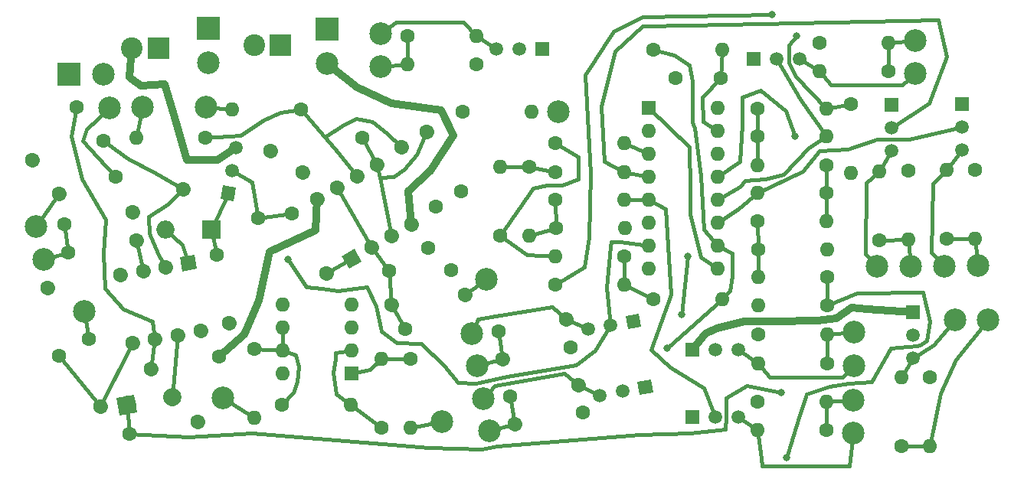
<source format=gbr>
G04 #@! TF.GenerationSoftware,KiCad,Pcbnew,(5.1.2-1)-1*
G04 #@! TF.CreationDate,2021-12-13T02:53:48-05:00*
G04 #@! TF.ProjectId,Gated Comparator - Serge,47617465-6420-4436-9f6d-70617261746f,rev?*
G04 #@! TF.SameCoordinates,Original*
G04 #@! TF.FileFunction,Copper,L2,Bot*
G04 #@! TF.FilePolarity,Positive*
%FSLAX46Y46*%
G04 Gerber Fmt 4.6, Leading zero omitted, Abs format (unit mm)*
G04 Created by KiCad (PCBNEW (5.1.2-1)-1) date 2021-12-13 02:53:48*
%MOMM*%
%LPD*%
G04 APERTURE LIST*
%ADD10O,1.600000X1.600000*%
%ADD11C,1.600000*%
%ADD12C,2.499360*%
%ADD13R,2.499360X2.499360*%
%ADD14C,1.500000*%
%ADD15C,0.100000*%
%ADD16C,1.600000*%
%ADD17C,2.000000*%
%ADD18C,2.000000*%
%ADD19C,2.400000*%
%ADD20R,2.400000X2.400000*%
%ADD21R,1.500000X1.500000*%
%ADD22O,2.000000X2.000000*%
%ADD23R,2.000000X2.000000*%
%ADD24R,1.600000X1.600000*%
%ADD25C,0.800000*%
%ADD26C,0.406400*%
%ADD27C,0.812800*%
G04 APERTURE END LIST*
D10*
X72207120Y-26235660D03*
D11*
X64587120Y-26235660D03*
D12*
X75222100Y-26179780D03*
X24892000Y-22098000D03*
D13*
X21082000Y-22098000D03*
D14*
X38708129Y-35233421D03*
D15*
G36*
X39576971Y-34625051D02*
G01*
X39316499Y-36102263D01*
X37839287Y-35841791D01*
X38099759Y-34364579D01*
X39576971Y-34625051D01*
X39576971Y-34625051D01*
G37*
D14*
X39590262Y-30230598D03*
X39149195Y-32732009D03*
D11*
X37467540Y-42054780D03*
X38790739Y-49559015D03*
D16*
X38790739Y-49559015D02*
X38790739Y-49559015D01*
D10*
X93309440Y-19347180D03*
D11*
X85689440Y-19347180D03*
X35296915Y-60538501D03*
D16*
X35296915Y-60538501D02*
X35296915Y-60538501D01*
D11*
X27792680Y-61861700D03*
X17080578Y-31539519D03*
D16*
X17080578Y-31539519D02*
X17080578Y-31539519D01*
D11*
X21978620Y-25702260D03*
D12*
X17432018Y-38912800D03*
X36502340Y-20830540D03*
D13*
X36502340Y-17020540D03*
D12*
X49601120Y-20883880D03*
D13*
X49601120Y-17073880D03*
D17*
X32518643Y-57786787D03*
D18*
X32518643Y-57786787D02*
X32518643Y-57786787D01*
D17*
X27515820Y-58668920D03*
D15*
G36*
X26704660Y-59827376D02*
G01*
X26357364Y-57857760D01*
X28326980Y-57510464D01*
X28674276Y-59480080D01*
X26704660Y-59827376D01*
X26704660Y-59827376D01*
G37*
D19*
X28074620Y-19169380D03*
D20*
X30995620Y-19169380D03*
D19*
X41584880Y-18836640D03*
D20*
X44505880Y-18836640D03*
D11*
X88149420Y-22517100D03*
X93149420Y-22517100D03*
D21*
X114373660Y-48369220D03*
D14*
X114373660Y-53449220D03*
X114373660Y-50909220D03*
D21*
X90043001Y-52550059D03*
D14*
X95123001Y-52550059D03*
X92583001Y-52550059D03*
D21*
X112036860Y-25458419D03*
D14*
X112036860Y-30538419D03*
X112036860Y-27998419D03*
D21*
X119852440Y-25369520D03*
D14*
X119852440Y-30449520D03*
X119852440Y-27909520D03*
X84820171Y-56709467D03*
D15*
G36*
X83951329Y-56101097D02*
G01*
X85428541Y-55840625D01*
X85689013Y-57317837D01*
X84211801Y-57578309D01*
X83951329Y-56101097D01*
X83951329Y-56101097D01*
G37*
D14*
X79817348Y-57591600D03*
X82318759Y-57150533D03*
D21*
X89987119Y-59989720D03*
D14*
X95067119Y-59989720D03*
X92527119Y-59989720D03*
D21*
X96829880Y-20337780D03*
D14*
X101909880Y-20337780D03*
X99369880Y-20337780D03*
D21*
X73441560Y-19237961D03*
D14*
X68361560Y-19237961D03*
X70901560Y-19237961D03*
X83486483Y-49406032D03*
D15*
G36*
X82617641Y-48797662D02*
G01*
X84094853Y-48537190D01*
X84355325Y-50014402D01*
X82878113Y-50274874D01*
X82617641Y-48797662D01*
X82617641Y-48797662D01*
G37*
D14*
X78483660Y-50288165D03*
X80985071Y-49847098D03*
D11*
X60847120Y-41319276D03*
X56516993Y-43819276D03*
D22*
X31753443Y-39274024D03*
D23*
X36833443Y-39274024D03*
D12*
X67289977Y-44758637D03*
X36291761Y-25735279D03*
X29221761Y-25745281D03*
X18272826Y-42530119D03*
X25608280Y-25775919D03*
X22821760Y-48355279D03*
X62336680Y-60472320D03*
X38107620Y-57881520D03*
X65631069Y-50738679D03*
X55603140Y-17597120D03*
X114686081Y-21991320D03*
X66227511Y-54311426D03*
X55603140Y-21193761D03*
X114686081Y-18343882D03*
X107810301Y-61762641D03*
X66952994Y-57990026D03*
X117914420Y-43309540D03*
X107843320Y-58105041D03*
X67566945Y-61559685D03*
X121564400Y-43220640D03*
X110467140Y-43307000D03*
X107911899Y-54312821D03*
X119039640Y-49286160D03*
X114152680Y-43307000D03*
X107911899Y-50581558D03*
X122735340Y-49286160D03*
D11*
X58304391Y-50235142D03*
X64903505Y-46425142D03*
D16*
X64903505Y-46425142D02*
X64903505Y-46425142D01*
D10*
X39161760Y-25975281D03*
D11*
X46781760Y-25975281D03*
X36171760Y-29125281D03*
D10*
X28551760Y-29125281D03*
D11*
X56743053Y-47510820D03*
D16*
X56743053Y-47510820D02*
X56743053Y-47510820D01*
D11*
X63342167Y-43700820D03*
X57831759Y-30076165D03*
D16*
X57831759Y-30076165D02*
X57831759Y-30076165D01*
D11*
X61641759Y-36675279D03*
X26233122Y-33406080D03*
X33737357Y-34729279D03*
D16*
X33737357Y-34729279D02*
X33737357Y-34729279D01*
D11*
X28142220Y-37310895D03*
D16*
X28142220Y-37310895D02*
X28142220Y-37310895D01*
D11*
X20637985Y-38634094D03*
X23290992Y-51328783D03*
X24614191Y-58833018D03*
D16*
X24614191Y-58833018D02*
X24614191Y-58833018D01*
D11*
X18695726Y-45711402D03*
D16*
X18695726Y-45711402D02*
X18695726Y-45711402D01*
D11*
X20018925Y-53215637D03*
X21060813Y-41799612D03*
X28565048Y-40476413D03*
D16*
X28565048Y-40476413D02*
X28565048Y-40476413D01*
D11*
X46957481Y-32941716D03*
D16*
X46957481Y-32941716D02*
X46957481Y-32941716D01*
D11*
X53556595Y-29131716D03*
X64431758Y-35015280D03*
X60621758Y-28416166D03*
D16*
X60621758Y-28416166D02*
X60621758Y-28416166D01*
D11*
X37710256Y-53345544D03*
X30206021Y-54668743D03*
D16*
X30206021Y-54668743D02*
X30206021Y-54668743D01*
D11*
X24935180Y-29423360D03*
X20037138Y-35260619D03*
D16*
X20037138Y-35260619D02*
X20037138Y-35260619D01*
D11*
X45731299Y-37517902D03*
X49541299Y-44117016D03*
D16*
X49541299Y-44117016D02*
X49541299Y-44117016D01*
D11*
X43379027Y-30507573D03*
D16*
X43379027Y-30507573D02*
X43379027Y-30507573D01*
D11*
X42055828Y-38011808D03*
D10*
X52225965Y-58685049D03*
D11*
X44605965Y-58685049D03*
X55645962Y-61225050D03*
D10*
X55645962Y-53605050D03*
X82499200Y-35948620D03*
D11*
X74879200Y-35948620D03*
X74884280Y-32870140D03*
D10*
X82504280Y-32870140D03*
X82496660Y-29679900D03*
D11*
X74876660Y-29679900D03*
X85691980Y-46929040D03*
D10*
X93311980Y-46929040D03*
X107520740Y-33007300D03*
D11*
X107520740Y-25387300D03*
X97223580Y-28966160D03*
D10*
X104843580Y-28966160D03*
X97238820Y-35222180D03*
D11*
X104858820Y-35222180D03*
X97299780Y-41419780D03*
D10*
X104919780Y-41419780D03*
X58895962Y-61215047D03*
D11*
X58895962Y-53595047D03*
X41575966Y-52465050D03*
D10*
X41575966Y-60085050D03*
X82577940Y-39062660D03*
D11*
X74957940Y-39062660D03*
D10*
X71963280Y-39933880D03*
D11*
X71963280Y-32313880D03*
X68798440Y-39911020D03*
D10*
X68798440Y-32291020D03*
X74865872Y-42180977D03*
D11*
X82485872Y-42180977D03*
X74846904Y-45312574D03*
D10*
X82466904Y-45312574D03*
X104856280Y-25867360D03*
D11*
X97236280Y-25867360D03*
X104825800Y-32110680D03*
D10*
X97205800Y-32110680D03*
X104884220Y-38331140D03*
D11*
X97264220Y-38331140D03*
X104927401Y-44510963D03*
D10*
X97307401Y-44510963D03*
D11*
X104911220Y-47606400D03*
D10*
X97291220Y-47606400D03*
D11*
X68572101Y-50508965D03*
X76076336Y-49185766D03*
D16*
X76076336Y-49185766D02*
X76076336Y-49185766D01*
D11*
X69062084Y-53594962D03*
D16*
X69062084Y-53594962D02*
X69062084Y-53594962D01*
D11*
X76566319Y-52271763D03*
D10*
X66149221Y-17830803D03*
D11*
X58529221Y-17830803D03*
D10*
X58526681Y-20937220D03*
D11*
X66146681Y-20937220D03*
X111691418Y-21755100D03*
D10*
X104071418Y-21755100D03*
X111701579Y-18580099D03*
D11*
X104081579Y-18580099D03*
X104884221Y-61475622D03*
D10*
X97264221Y-61475622D03*
X104868980Y-58326021D03*
D11*
X97248980Y-58326021D03*
X69876225Y-57732500D03*
X77380460Y-56409301D03*
D16*
X77380460Y-56409301D02*
X77380460Y-56409301D01*
D11*
X70399462Y-60802316D03*
D16*
X70399462Y-60802316D02*
X70399462Y-60802316D01*
D11*
X77903697Y-59479117D03*
D10*
X118140480Y-32669480D03*
D11*
X118140480Y-40289480D03*
X121295160Y-32672020D03*
D10*
X121295160Y-40292020D03*
X110723680Y-32791399D03*
D11*
X110723680Y-40411399D03*
D10*
X113891060Y-40380920D03*
D11*
X113891060Y-32760920D03*
X104909619Y-54053741D03*
D10*
X97289619Y-54053741D03*
X104914699Y-50893982D03*
D11*
X97294699Y-50893982D03*
X113113820Y-63243460D03*
D10*
X113113820Y-55623460D03*
D11*
X116268500Y-55626000D03*
D10*
X116268500Y-63246000D03*
D11*
X52364538Y-42487017D03*
D15*
G36*
X53457358Y-42779837D02*
G01*
X52071718Y-43579837D01*
X51271718Y-42194197D01*
X52657358Y-41394197D01*
X53457358Y-42779837D01*
X53457358Y-42779837D01*
G37*
D11*
X55153652Y-32077903D03*
D16*
X55153652Y-32077903D02*
X55153652Y-32077903D01*
D11*
X54564243Y-41217017D03*
D16*
X54564243Y-41217017D02*
X54564243Y-41217017D01*
D11*
X52953947Y-33347903D03*
D16*
X52953947Y-33347903D02*
X52953947Y-33347903D01*
D11*
X56763947Y-39947017D03*
D16*
X56763947Y-39947017D02*
X56763947Y-39947017D01*
D11*
X50754243Y-34617903D03*
D16*
X50754243Y-34617903D02*
X50754243Y-34617903D01*
D11*
X58963652Y-38677017D03*
D16*
X58963652Y-38677017D02*
X58963652Y-38677017D01*
D11*
X48554538Y-35887903D03*
D16*
X48554538Y-35887903D02*
X48554538Y-35887903D01*
D11*
X35628128Y-50463311D03*
D16*
X35628128Y-50463311D02*
X35628128Y-50463311D01*
D11*
X26800694Y-44282275D03*
D16*
X26800694Y-44282275D02*
X26800694Y-44282275D01*
D11*
X33126716Y-50904377D03*
D16*
X33126716Y-50904377D02*
X33126716Y-50904377D01*
D11*
X29302106Y-43841209D03*
D16*
X29302106Y-43841209D02*
X29302106Y-43841209D01*
D11*
X30625305Y-51345444D03*
D16*
X30625305Y-51345444D02*
X30625305Y-51345444D01*
D11*
X31803517Y-43400142D03*
D16*
X31803517Y-43400142D02*
X31803517Y-43400142D01*
D11*
X28123893Y-51786510D03*
D16*
X28123893Y-51786510D02*
X28123893Y-51786510D01*
D11*
X34304929Y-42959076D03*
D15*
G36*
X33378164Y-42310148D02*
G01*
X34953857Y-42032311D01*
X35231694Y-43608004D01*
X33656001Y-43885841D01*
X33378164Y-42310148D01*
X33378164Y-42310148D01*
G37*
D24*
X52355965Y-55195051D03*
D10*
X44735965Y-47575051D03*
X52355965Y-52655051D03*
X44735965Y-50115051D03*
X52355965Y-50115051D03*
X44735965Y-52655051D03*
X52355965Y-47575051D03*
X44735965Y-55195051D03*
D24*
X85215200Y-25780620D03*
D10*
X92835200Y-43560620D03*
X85215200Y-28320620D03*
X92835200Y-41020620D03*
X85215200Y-30860620D03*
X92835200Y-38480620D03*
X85215200Y-33400620D03*
X92835200Y-35940620D03*
X85215200Y-35940620D03*
X92835200Y-33400620D03*
X85215200Y-38480620D03*
X92835200Y-30860620D03*
X85215200Y-41020620D03*
X92835200Y-28320620D03*
X85215200Y-43560620D03*
X92835200Y-25780620D03*
D25*
X45352607Y-42569493D03*
X99806760Y-57327800D03*
X87225989Y-52415289D03*
X101346000Y-28956000D03*
X88800940Y-48651160D03*
X89496900Y-42255440D03*
X101528453Y-17853233D03*
X98808540Y-15491460D03*
X100454460Y-64488060D03*
D26*
X58304391Y-50235142D02*
X56743054Y-47510821D01*
X56743054Y-47510821D02*
X56516993Y-43819276D01*
X56516993Y-43819276D02*
X54564241Y-41217015D01*
X54564241Y-41217015D02*
X50754242Y-34617903D01*
X93149420Y-22517100D02*
X93309440Y-19347180D01*
X92835200Y-28320620D02*
X91236800Y-27294840D01*
X91236800Y-27294840D02*
X91127580Y-24610060D01*
X91127580Y-24610060D02*
X93149420Y-22517100D01*
D27*
X39590262Y-30230598D02*
X37508180Y-31508700D01*
X37508180Y-31508700D02*
X34178240Y-31564580D01*
X34178240Y-31564580D02*
X32684720Y-26568400D01*
X32684720Y-26568400D02*
X31650940Y-23180040D01*
X31650940Y-23180040D02*
X29067760Y-23296880D01*
X29067760Y-23296880D02*
X27802840Y-22433280D01*
X27802840Y-22433280D02*
X28074620Y-19169380D01*
X114373660Y-48369220D02*
X109321600Y-48041560D01*
X109321600Y-48041560D02*
X107650280Y-47929800D01*
X107650280Y-47929800D02*
X105920540Y-49113440D01*
X105920540Y-49113440D02*
X103794560Y-49306480D01*
X103794560Y-49306480D02*
X99024440Y-49375060D01*
X99024440Y-49375060D02*
X95796100Y-49410620D01*
X95796100Y-49410620D02*
X92710000Y-50139600D01*
X92710000Y-50139600D02*
X91460320Y-50764440D01*
X91460320Y-50764440D02*
X90043001Y-52550059D01*
X37710256Y-53345544D02*
X40474900Y-50866040D01*
X40474900Y-50866040D02*
X42082720Y-47147480D01*
X42082720Y-47147480D02*
X43289220Y-41722040D01*
X43289220Y-41722040D02*
X48364140Y-39362380D01*
X48364140Y-39362380D02*
X48554538Y-35887903D01*
X49601120Y-20883880D02*
X52920900Y-23477220D01*
X52920900Y-23477220D02*
X56779160Y-25311100D01*
X56779160Y-25311100D02*
X62217300Y-26070560D01*
X62217300Y-26070560D02*
X63609220Y-28851860D01*
X63609220Y-28851860D02*
X61079380Y-32710120D01*
X61079380Y-32710120D02*
X58613040Y-34985960D01*
X58613040Y-34985960D02*
X58963652Y-38677017D01*
D26*
X34304929Y-42959076D02*
X33651760Y-40975280D01*
X33651760Y-40975280D02*
X31753442Y-39274023D01*
X36833443Y-39274024D02*
X38708129Y-35233421D01*
X36833443Y-39274024D02*
X37467540Y-42054780D01*
X80985071Y-49847098D02*
X80556100Y-45666660D01*
X80556100Y-45666660D02*
X80939640Y-41158160D01*
X80939640Y-41158160D02*
X81059020Y-40594280D01*
X81059020Y-40594280D02*
X82034380Y-40617140D01*
X82034380Y-40617140D02*
X85215200Y-41020620D01*
X80985071Y-49847098D02*
X79235300Y-52590700D01*
X79235300Y-52590700D02*
X77139800Y-54206140D01*
X77139800Y-54206140D02*
X69547740Y-55544720D01*
X69547740Y-55544720D02*
X66042540Y-56301640D01*
X66042540Y-56301640D02*
X64135000Y-56212740D01*
X64135000Y-56212740D02*
X62552580Y-54322980D01*
X62552580Y-54322980D02*
X60048140Y-51907440D01*
X60048140Y-51907440D02*
X57322720Y-51818540D01*
X57322720Y-51818540D02*
X55653940Y-50543460D01*
X55653940Y-50543460D02*
X55039260Y-47731680D01*
X55039260Y-47731680D02*
X54071520Y-45623480D01*
X54071520Y-45623480D02*
X50820320Y-46017180D01*
X50820320Y-46017180D02*
X49044860Y-45783500D01*
X49044860Y-45783500D02*
X47363380Y-45600620D01*
X47363380Y-45600620D02*
X45352607Y-42569493D01*
X45352607Y-42569493D02*
X45316140Y-42514520D01*
X27792680Y-61861700D02*
X27515820Y-58668920D01*
X92835200Y-43560620D02*
X90959940Y-42278300D01*
X90959940Y-42278300D02*
X89743280Y-37538660D01*
X89743280Y-37538660D02*
X89811860Y-34803080D01*
X89811860Y-34803080D02*
X89646760Y-30088840D01*
X89646760Y-30088840D02*
X85215200Y-25780620D01*
X99806760Y-57327800D02*
X96006920Y-56535320D01*
X96006920Y-56535320D02*
X93776800Y-57894220D01*
X93776800Y-57894220D02*
X93756480Y-60012580D01*
X93756480Y-60012580D02*
X93672660Y-61313060D01*
X93672660Y-61313060D02*
X89776300Y-61765180D01*
X89776300Y-61765180D02*
X84211160Y-61907420D01*
X84211160Y-61907420D02*
X68417440Y-63212980D01*
X68417440Y-63212980D02*
X66768980Y-63583820D01*
X66768980Y-63583820D02*
X60934600Y-63367920D01*
X60934600Y-63367920D02*
X41363900Y-61752480D01*
X41363900Y-61752480D02*
X34333180Y-62237620D01*
X34333180Y-62237620D02*
X27792680Y-61861700D01*
X33126716Y-50904377D02*
X32518643Y-57786787D01*
X64903506Y-46425142D02*
X67289977Y-44758637D01*
X39161761Y-25975280D02*
X36291761Y-25735279D01*
X29221761Y-25745281D02*
X28551759Y-29125281D01*
X20637985Y-38634094D02*
X21060813Y-41799612D01*
X18272826Y-42530119D02*
X21060813Y-41799612D01*
X26233122Y-33406080D02*
X24234140Y-31191200D01*
X24234140Y-31191200D02*
X22664420Y-29464000D01*
X22664420Y-29464000D02*
X23055580Y-28127960D01*
X23055580Y-28127960D02*
X25608280Y-25775919D01*
X23290992Y-51328783D02*
X22821760Y-48355279D01*
X58895962Y-61215047D02*
X62336680Y-60472320D01*
X38107620Y-57881520D02*
X41575966Y-60085050D01*
X78483657Y-50288166D02*
X76076337Y-49185765D01*
X76076337Y-49185765D02*
X74552182Y-47767729D01*
X74552182Y-47767729D02*
X68245252Y-48786960D01*
X68245252Y-48786960D02*
X66314163Y-49127463D01*
X66314163Y-49127463D02*
X65631069Y-50738679D01*
X68361561Y-19237960D02*
X66149219Y-17830800D01*
X66149219Y-17830800D02*
X64729360Y-16344900D01*
X64729360Y-16344900D02*
X57218580Y-16286479D01*
X57218580Y-16286479D02*
X55603140Y-17597120D01*
X101909880Y-20337780D02*
X104071419Y-21755100D01*
X104071419Y-21755100D02*
X105308401Y-23286721D01*
X105308401Y-23286721D02*
X113200180Y-23286720D01*
X113200180Y-23286720D02*
X114686081Y-21991320D01*
X68572101Y-50508965D02*
X69062083Y-53594963D01*
X69062083Y-53594963D02*
X66227511Y-54311426D01*
X58529221Y-17830803D02*
X58526680Y-20937220D01*
X58526680Y-20937220D02*
X55603140Y-21193761D01*
X114686081Y-18343882D02*
X111701582Y-18580099D01*
X111691418Y-21755100D02*
X111701582Y-18580099D01*
X95067121Y-59989721D02*
X97264221Y-61475620D01*
X97264221Y-61475622D02*
X97607120Y-64556640D01*
X97607120Y-64556640D02*
X97739200Y-65389760D01*
X97739200Y-65389760D02*
X107406440Y-65389760D01*
X107406440Y-65389760D02*
X107810301Y-61762641D01*
X79817346Y-57591599D02*
X77380460Y-56409300D01*
X77380460Y-56409300D02*
X75847008Y-55201816D01*
X75847008Y-55201816D02*
X68164438Y-56522930D01*
X68164438Y-56522930D02*
X66952994Y-57990026D01*
X119852440Y-30449520D02*
X118140480Y-32669480D01*
X118140480Y-32669480D02*
X116639340Y-34178240D01*
X116639340Y-34178240D02*
X116443760Y-41765220D01*
X116443760Y-41765220D02*
X117914420Y-43309540D01*
X104884221Y-61475622D02*
X104868980Y-58326020D01*
X104868980Y-58326020D02*
X107843320Y-58105041D01*
X69876225Y-57732500D02*
X70399465Y-60802316D01*
X70399465Y-60802316D02*
X67566945Y-61559685D01*
X118140480Y-40289480D02*
X121295160Y-40292020D01*
X121295160Y-40292020D02*
X121564400Y-43220640D01*
X112036859Y-30538420D02*
X110723680Y-32791400D01*
X110723680Y-32791400D02*
X109217460Y-34107120D01*
X109217460Y-34107120D02*
X109161579Y-41983659D01*
X109161579Y-41983659D02*
X110467140Y-43307000D01*
X95123000Y-52550061D02*
X97289619Y-54053740D01*
X97289619Y-54053740D02*
X98597721Y-55618381D01*
X98597721Y-55618381D02*
X106639361Y-55582819D01*
X106639361Y-55582819D02*
X107911899Y-54312821D01*
X114373660Y-53449220D02*
X113113820Y-55623460D01*
X119039640Y-49286160D02*
X116705380Y-52009040D01*
X116705380Y-52009040D02*
X114373660Y-53449220D01*
X110723680Y-40411399D02*
X113891059Y-40380920D01*
X113891059Y-40380920D02*
X114152680Y-43307000D01*
X104909619Y-54053741D02*
X104914700Y-50893982D01*
X104914700Y-50893982D02*
X107911899Y-50581558D01*
X113113820Y-63243460D02*
X116268500Y-63246000D01*
X122735340Y-49286160D02*
X119171720Y-53685440D01*
X119171720Y-53685440D02*
X117431820Y-57353200D01*
X117431820Y-57353200D02*
X116268500Y-63246000D01*
X20037138Y-35260619D02*
X17432018Y-38912800D01*
X45731299Y-37517902D02*
X42055828Y-38011808D01*
X42055828Y-38011808D02*
X41300400Y-33977580D01*
X41300400Y-33977580D02*
X39149195Y-32732009D01*
X82496660Y-29679900D02*
X85215200Y-30860620D01*
X104843580Y-28966160D02*
X102923340Y-30231080D01*
X102923340Y-30231080D02*
X100070920Y-33124140D01*
X100070920Y-33124140D02*
X98097340Y-33693100D01*
X98097340Y-33693100D02*
X96913700Y-33759140D01*
X96913700Y-33759140D02*
X95829120Y-33842960D01*
X95829120Y-33842960D02*
X95237300Y-34549080D01*
X95237300Y-34549080D02*
X92835200Y-35940620D01*
X99369880Y-20337780D02*
X101978460Y-24851360D01*
X101978460Y-24851360D02*
X104843580Y-28966160D01*
X82499200Y-35948620D02*
X85215200Y-35940620D01*
X92527119Y-59989720D02*
X91318080Y-56791860D01*
X91318080Y-56791860D02*
X87569040Y-54526180D01*
X87043260Y-36997640D02*
X85215200Y-35940620D01*
X87569040Y-54526180D02*
X85460840Y-52565300D01*
X85460840Y-52565300D02*
X87643728Y-46420012D01*
X87643728Y-46420012D02*
X87043260Y-36997640D01*
X92835200Y-41020620D02*
X94452440Y-41894760D01*
X94452440Y-41894760D02*
X94452440Y-44406820D01*
X94452440Y-44406820D02*
X94152720Y-46022260D01*
X94152720Y-46022260D02*
X93311980Y-46929040D01*
X93311980Y-46929040D02*
X87225989Y-52415289D01*
X87225989Y-52415289D02*
X87203280Y-52435760D01*
X92835200Y-41020620D02*
X91313000Y-39217600D01*
X91313000Y-39217600D02*
X90975180Y-33322260D01*
X90975180Y-33322260D02*
X90297000Y-27955240D01*
X89987269Y-27370891D02*
X90007440Y-22832060D01*
X90297000Y-27955240D02*
X89987269Y-27370891D01*
X90007440Y-22832060D02*
X89692480Y-21033740D01*
X89692480Y-21033740D02*
X87975440Y-19911060D01*
X87975440Y-19911060D02*
X85689440Y-19347180D01*
X92835200Y-38480620D02*
X95089980Y-36957000D01*
X95089980Y-36957000D02*
X97238820Y-35222180D01*
X97238820Y-35222180D02*
X102229920Y-32799020D01*
X102229920Y-32799020D02*
X104038400Y-30556200D01*
X104038400Y-30556200D02*
X107223560Y-30398720D01*
X107223560Y-30398720D02*
X110449360Y-29258260D01*
X110449360Y-29258260D02*
X113990120Y-29258260D01*
X113990120Y-29258260D02*
X119852440Y-27909520D01*
X82504280Y-32870140D02*
X85215200Y-33400620D01*
X112036860Y-27998419D02*
X116197380Y-25267920D01*
X116197380Y-25267920D02*
X118102380Y-20121880D01*
X118102380Y-20121880D02*
X117213380Y-16057880D01*
X117213380Y-16057880D02*
X89712800Y-16629380D01*
X89712800Y-16629380D02*
X84505800Y-16756380D01*
X84505800Y-16756380D02*
X81457800Y-19550380D01*
X81457800Y-19550380D02*
X79931260Y-25585420D01*
X79931260Y-25585420D02*
X80312260Y-31681420D01*
X80312260Y-31681420D02*
X82504280Y-32870140D01*
X92835200Y-33400620D02*
X95250000Y-31750000D01*
X95250000Y-31750000D02*
X95504000Y-27686000D01*
X95504000Y-27686000D02*
X95504000Y-24638000D01*
X95504000Y-24638000D02*
X97536000Y-23876000D01*
X97536000Y-23876000D02*
X100330000Y-26162000D01*
X100330000Y-26162000D02*
X101346000Y-28956000D01*
X101346000Y-28956000D02*
X101346000Y-28956000D01*
X88800940Y-48651160D02*
X89496900Y-42255440D01*
X89496900Y-42255440D02*
X89496900Y-42255440D01*
X36171760Y-29125281D02*
X40081759Y-28835280D01*
X40081759Y-28835280D02*
X42621762Y-27185280D01*
X42621762Y-27185280D02*
X44451761Y-26265281D01*
X44451761Y-26265281D02*
X46781760Y-25975281D01*
X52953947Y-33347902D02*
X50921759Y-30795280D01*
X57831760Y-30076165D02*
X56251758Y-28565280D01*
X56251758Y-28565280D02*
X54661760Y-27275279D01*
X54661760Y-27275279D02*
X52881761Y-27015280D01*
X52881761Y-27015280D02*
X51481761Y-27635281D01*
X51481761Y-27635281D02*
X49424707Y-29052332D01*
X49424707Y-29052332D02*
X46781760Y-25975281D01*
X50921759Y-30795280D02*
X49424707Y-29052332D01*
X33737357Y-34729279D02*
X30520640Y-32920940D01*
X30520640Y-32920940D02*
X27731720Y-31465520D01*
X27731720Y-31465520D02*
X24935180Y-29423360D01*
X33737357Y-34729279D02*
X31993840Y-36487100D01*
X31993840Y-36487100D02*
X29926280Y-37790120D01*
X29926280Y-37790120D02*
X30012640Y-39659560D01*
X30012640Y-39659560D02*
X30975300Y-42039540D01*
X30975300Y-42039540D02*
X31803517Y-43400142D01*
X20018925Y-53215637D02*
X24614187Y-58833018D01*
X24614187Y-58833018D02*
X28123894Y-51786512D01*
X28565048Y-40476413D02*
X29302106Y-43841210D01*
X53556595Y-29131716D02*
X55153649Y-32077903D01*
X60621757Y-28416167D02*
X59561761Y-30945281D01*
X59561761Y-30945281D02*
X58161758Y-32605279D01*
X58161758Y-32605279D02*
X56981760Y-33395280D01*
X56981760Y-33395280D02*
X55451914Y-33535432D01*
X55451914Y-33535432D02*
X56763946Y-39947016D01*
X55153649Y-32077903D02*
X55451914Y-33535432D01*
X30625306Y-51345445D02*
X30206020Y-54668740D01*
X21978620Y-25702260D02*
X21328380Y-28938220D01*
X21328380Y-28938220D02*
X22585680Y-33632140D01*
X22585680Y-33632140D02*
X25184100Y-38115240D01*
X25184100Y-38115240D02*
X24932640Y-41884600D01*
X24932640Y-41884600D02*
X25057100Y-45740320D01*
X25057100Y-45740320D02*
X27152600Y-48044100D01*
X27152600Y-48044100D02*
X30294580Y-49385220D01*
X30625305Y-51345444D02*
X30294580Y-49385220D01*
X52364538Y-42487017D02*
X49541298Y-44117018D01*
X52225965Y-58685051D02*
X55645962Y-61225050D01*
X52225965Y-58685051D02*
X50694771Y-57475900D01*
X50694771Y-57475900D02*
X50323780Y-55083980D01*
X50323780Y-55083980D02*
X50570770Y-53547753D01*
X50570770Y-53547753D02*
X50592871Y-52924446D01*
X50592871Y-52924446D02*
X52355963Y-52655050D01*
X44605965Y-58685049D02*
X45948138Y-57277122D01*
X45948138Y-57277122D02*
X46338164Y-56091382D01*
X46338164Y-56091382D02*
X46494809Y-54388308D01*
X46494809Y-54388308D02*
X46132928Y-53142216D01*
X46132928Y-53142216D02*
X44735965Y-52655053D01*
X44735965Y-50115051D02*
X44735965Y-52655053D01*
X41575966Y-52465050D02*
X44735965Y-52655053D01*
X58895962Y-53595047D02*
X55645963Y-53605050D01*
X55645963Y-53605050D02*
X54373600Y-54786213D01*
X54373600Y-54786213D02*
X52355965Y-55195051D01*
X74957940Y-39062660D02*
X74879200Y-35948620D01*
X74957940Y-39062660D02*
X71963280Y-39933880D01*
X68798440Y-32291020D02*
X71963280Y-32313880D01*
X71963280Y-32313880D02*
X74884280Y-32870140D01*
X68798440Y-39911020D02*
X72397620Y-34696400D01*
X72397620Y-34696400D02*
X73921620Y-34356040D01*
X73921620Y-34356040D02*
X75610720Y-34356040D01*
X75610720Y-34356040D02*
X77447140Y-33655000D01*
X77447140Y-33655000D02*
X77368400Y-31170880D01*
X77368400Y-31170880D02*
X74876660Y-29679900D01*
X74865872Y-42180977D02*
X71699120Y-42072560D01*
X71699120Y-42072560D02*
X68798440Y-39911020D01*
X85691980Y-46929040D02*
X82466904Y-45312574D01*
X82466904Y-45312574D02*
X82485872Y-42180977D01*
X104856280Y-25867360D02*
X107520740Y-25387300D01*
X101495860Y-22359620D02*
X100723700Y-20777200D01*
X100723700Y-20777200D02*
X100723700Y-18864580D01*
X104856280Y-25867360D02*
X101495860Y-22359620D01*
X100723700Y-18864580D02*
X101528453Y-17853233D01*
X101528453Y-17853233D02*
X101574600Y-17795240D01*
X98808540Y-15491460D02*
X84498180Y-15748000D01*
X84498180Y-15748000D02*
X81302860Y-17297400D01*
X81302860Y-17297400D02*
X78204060Y-22138640D01*
X78204060Y-22138640D02*
X78740000Y-33070800D01*
X78740000Y-33070800D02*
X78597760Y-40071040D01*
X78597760Y-40071040D02*
X78097380Y-43428920D01*
X78097380Y-43428920D02*
X74846904Y-45312574D01*
X97236280Y-25867360D02*
X97223580Y-28966160D01*
X97223580Y-28966160D02*
X97205800Y-32110680D01*
X104884220Y-38331140D02*
X104858820Y-35222180D01*
X104858820Y-35222180D02*
X104825800Y-32110680D01*
X97307401Y-44510963D02*
X97299780Y-41419780D01*
X97264220Y-38331140D02*
X97299780Y-41419780D01*
X104911220Y-47606400D02*
X104927401Y-44510963D01*
X104911220Y-47606400D02*
X108224320Y-46321980D01*
X108224320Y-46321980D02*
X115534440Y-46200060D01*
X115534440Y-46200060D02*
X116296440Y-49375060D01*
X116296440Y-49375060D02*
X115935760Y-51541680D01*
X115935760Y-51541680D02*
X115376960Y-51978560D01*
X115376960Y-51978560D02*
X114940080Y-52153820D01*
X114940080Y-52153820D02*
X113832640Y-52179220D01*
X113832640Y-52179220D02*
X111935260Y-52390040D01*
X111935260Y-52390040D02*
X109824520Y-56085740D01*
X109824520Y-56085740D02*
X107322620Y-56273700D01*
X107322620Y-56273700D02*
X105196640Y-56608980D01*
X105196640Y-56608980D02*
X102618540Y-57431940D01*
X102618540Y-57431940D02*
X101648260Y-60566300D01*
X101648260Y-60566300D02*
X100454460Y-64488060D01*
X100454460Y-64488060D02*
X100454460Y-64488060D01*
M02*

</source>
